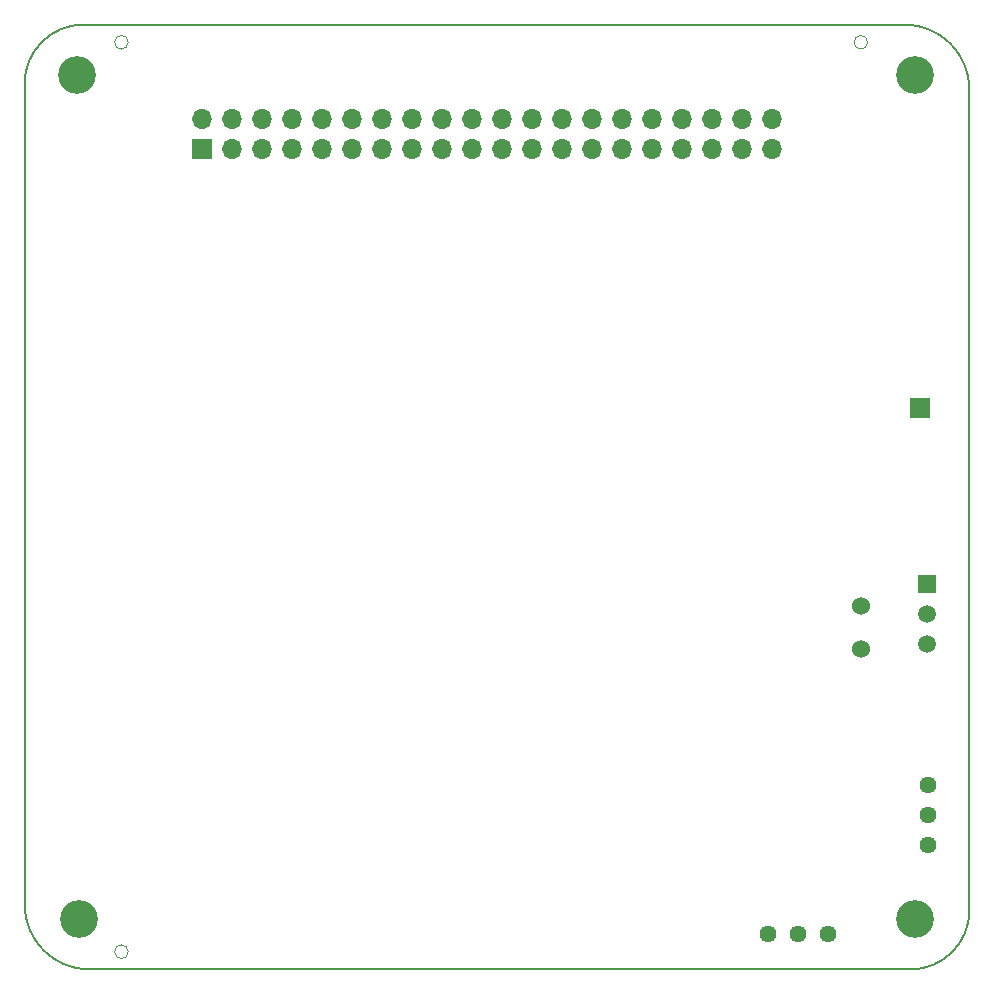
<source format=gbr>
G04 #@! TF.GenerationSoftware,KiCad,Pcbnew,(6.0.7-1)-1*
G04 #@! TF.CreationDate,2022-09-15T21:35:12-07:00*
G04 #@! TF.ProjectId,as3340,61733333-3430-42e6-9b69-6361645f7063,rev?*
G04 #@! TF.SameCoordinates,Original*
G04 #@! TF.FileFunction,Soldermask,Bot*
G04 #@! TF.FilePolarity,Negative*
%FSLAX46Y46*%
G04 Gerber Fmt 4.6, Leading zero omitted, Abs format (unit mm)*
G04 Created by KiCad (PCBNEW (6.0.7-1)-1) date 2022-09-15 21:35:12*
%MOMM*%
%LPD*%
G01*
G04 APERTURE LIST*
G04 #@! TA.AperFunction,Profile*
%ADD10C,0.150000*%
G04 #@! TD*
G04 #@! TA.AperFunction,Profile*
%ADD11C,0.050000*%
G04 #@! TD*
%ADD12C,1.440000*%
%ADD13C,3.200000*%
%ADD14C,1.524000*%
%ADD15R,1.700000X1.700000*%
%ADD16O,1.700000X1.700000*%
%ADD17R,1.500000X1.500000*%
%ADD18C,1.500000*%
G04 APERTURE END LIST*
D10*
X147000000Y179000000D02*
G75*
G03*
X141500000Y184500000I-5500000J0D01*
G01*
X72000000Y184500000D02*
G75*
G03*
X67000000Y179500000I0J-5000000D01*
G01*
X72000000Y184500000D02*
X141500000Y184500000D01*
X142000000Y104500000D02*
G75*
G03*
X147000000Y109500000I0J5000000D01*
G01*
X67000000Y110000000D02*
G75*
G03*
X72500000Y104500000I5500000J0D01*
G01*
X142000000Y104500000D02*
X72500000Y104500000D01*
X67000000Y179500000D02*
X67000000Y110000000D01*
X147000000Y109500000D02*
X147000000Y179000000D01*
D11*
X138376000Y183000000D02*
G75*
G03*
X138376000Y183000000I-576000J0D01*
G01*
X75776000Y106000000D02*
G75*
G03*
X75776000Y106000000I-576000J0D01*
G01*
X75776000Y183000000D02*
G75*
G03*
X75776000Y183000000I-576000J0D01*
G01*
D12*
X143500000Y115000000D03*
X143500000Y117540000D03*
X143500000Y120080000D03*
X135000000Y107500000D03*
X132460000Y107500000D03*
X129920000Y107500000D03*
D13*
X71400000Y180200000D03*
X71600000Y108800000D03*
X142400000Y180200000D03*
X142400000Y108800000D03*
D14*
X137840000Y131660000D03*
X137840000Y135260000D03*
D15*
X82000000Y174000000D03*
D16*
X82000000Y176540000D03*
X84540000Y174000000D03*
X84540000Y176540000D03*
X87080000Y174000000D03*
X87080000Y176540000D03*
X89620000Y174000000D03*
X89620000Y176540000D03*
X92160000Y174000000D03*
X92160000Y176540000D03*
X94700000Y174000000D03*
X94700000Y176540000D03*
X97240000Y174000000D03*
X97240000Y176540000D03*
X99780000Y174000000D03*
X99780000Y176540000D03*
X102320000Y174000000D03*
X102320000Y176540000D03*
X104860000Y174000000D03*
X104860000Y176540000D03*
X107400000Y174000000D03*
X107400000Y176540000D03*
X109940000Y174000000D03*
X109940000Y176540000D03*
X112480000Y174000000D03*
X112480000Y176540000D03*
X115020000Y174000000D03*
X115020000Y176540000D03*
X117560000Y174000000D03*
X117560000Y176540000D03*
X120100000Y174000000D03*
X120100000Y176540000D03*
X122640000Y174000000D03*
X122640000Y176540000D03*
X125180000Y174000000D03*
X125180000Y176540000D03*
X127720000Y174000000D03*
X127720000Y176540000D03*
X130260000Y174000000D03*
X130260000Y176540000D03*
D17*
X143400000Y137100000D03*
D18*
X143400000Y134560000D03*
X143400000Y132020000D03*
D15*
X142800000Y152000000D03*
M02*

</source>
